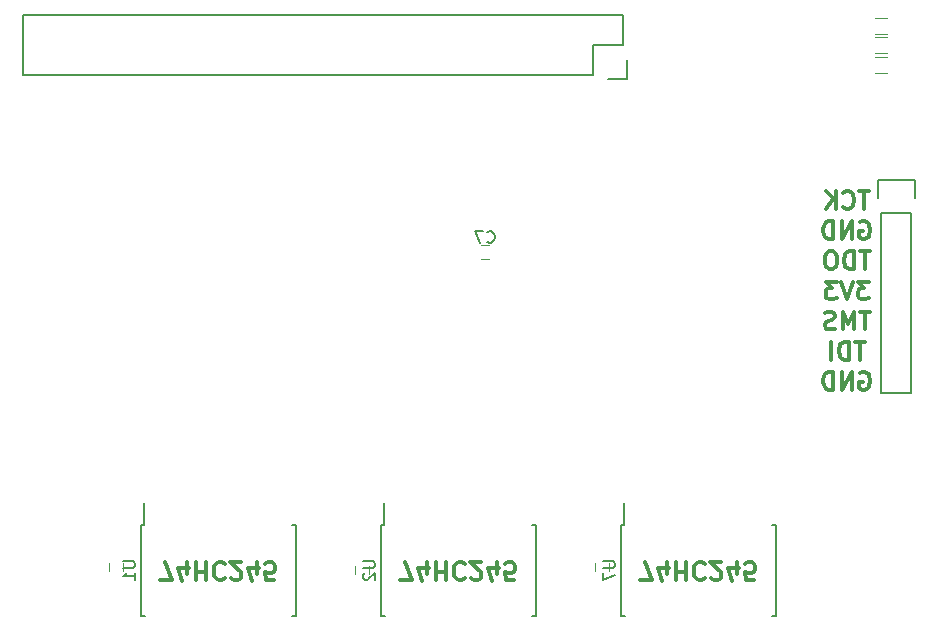
<source format=gbr>
G04 #@! TF.FileFunction,Legend,Bot*
%FSLAX46Y46*%
G04 Gerber Fmt 4.6, Leading zero omitted, Abs format (unit mm)*
G04 Created by KiCad (PCBNEW 4.0.7) date 03/28/18 13:14:18*
%MOMM*%
%LPD*%
G01*
G04 APERTURE LIST*
%ADD10C,0.100000*%
%ADD11C,0.300000*%
%ADD12C,0.150000*%
%ADD13C,0.120000*%
G04 APERTURE END LIST*
D10*
D11*
X178331571Y-86016571D02*
X177474428Y-86016571D01*
X177902999Y-87516571D02*
X177902999Y-86016571D01*
X176117285Y-87373714D02*
X176188714Y-87445143D01*
X176403000Y-87516571D01*
X176545857Y-87516571D01*
X176760142Y-87445143D01*
X176903000Y-87302286D01*
X176974428Y-87159429D01*
X177045857Y-86873714D01*
X177045857Y-86659429D01*
X176974428Y-86373714D01*
X176903000Y-86230857D01*
X176760142Y-86088000D01*
X176545857Y-86016571D01*
X176403000Y-86016571D01*
X176188714Y-86088000D01*
X176117285Y-86159429D01*
X175474428Y-87516571D02*
X175474428Y-86016571D01*
X174617285Y-87516571D02*
X175260142Y-86659429D01*
X174617285Y-86016571D02*
X175474428Y-86873714D01*
X177545857Y-88638000D02*
X177688714Y-88566571D01*
X177903000Y-88566571D01*
X178117285Y-88638000D01*
X178260143Y-88780857D01*
X178331571Y-88923714D01*
X178403000Y-89209429D01*
X178403000Y-89423714D01*
X178331571Y-89709429D01*
X178260143Y-89852286D01*
X178117285Y-89995143D01*
X177903000Y-90066571D01*
X177760143Y-90066571D01*
X177545857Y-89995143D01*
X177474428Y-89923714D01*
X177474428Y-89423714D01*
X177760143Y-89423714D01*
X176831571Y-90066571D02*
X176831571Y-88566571D01*
X175974428Y-90066571D01*
X175974428Y-88566571D01*
X175260142Y-90066571D02*
X175260142Y-88566571D01*
X174902999Y-88566571D01*
X174688714Y-88638000D01*
X174545856Y-88780857D01*
X174474428Y-88923714D01*
X174402999Y-89209429D01*
X174402999Y-89423714D01*
X174474428Y-89709429D01*
X174545856Y-89852286D01*
X174688714Y-89995143D01*
X174902999Y-90066571D01*
X175260142Y-90066571D01*
X178367286Y-91116571D02*
X177510143Y-91116571D01*
X177938714Y-92616571D02*
X177938714Y-91116571D01*
X177010143Y-92616571D02*
X177010143Y-91116571D01*
X176653000Y-91116571D01*
X176438715Y-91188000D01*
X176295857Y-91330857D01*
X176224429Y-91473714D01*
X176153000Y-91759429D01*
X176153000Y-91973714D01*
X176224429Y-92259429D01*
X176295857Y-92402286D01*
X176438715Y-92545143D01*
X176653000Y-92616571D01*
X177010143Y-92616571D01*
X175224429Y-91116571D02*
X174938715Y-91116571D01*
X174795857Y-91188000D01*
X174653000Y-91330857D01*
X174581572Y-91616571D01*
X174581572Y-92116571D01*
X174653000Y-92402286D01*
X174795857Y-92545143D01*
X174938715Y-92616571D01*
X175224429Y-92616571D01*
X175367286Y-92545143D01*
X175510143Y-92402286D01*
X175581572Y-92116571D01*
X175581572Y-91616571D01*
X175510143Y-91330857D01*
X175367286Y-91188000D01*
X175224429Y-91116571D01*
X178260142Y-93666571D02*
X177331571Y-93666571D01*
X177831571Y-94238000D01*
X177617285Y-94238000D01*
X177474428Y-94309429D01*
X177402999Y-94380857D01*
X177331571Y-94523714D01*
X177331571Y-94880857D01*
X177402999Y-95023714D01*
X177474428Y-95095143D01*
X177617285Y-95166571D01*
X178045857Y-95166571D01*
X178188714Y-95095143D01*
X178260142Y-95023714D01*
X176903000Y-93666571D02*
X176403000Y-95166571D01*
X175903000Y-93666571D01*
X175545857Y-93666571D02*
X174617286Y-93666571D01*
X175117286Y-94238000D01*
X174903000Y-94238000D01*
X174760143Y-94309429D01*
X174688714Y-94380857D01*
X174617286Y-94523714D01*
X174617286Y-94880857D01*
X174688714Y-95023714D01*
X174760143Y-95095143D01*
X174903000Y-95166571D01*
X175331572Y-95166571D01*
X175474429Y-95095143D01*
X175545857Y-95023714D01*
X178403000Y-96216571D02*
X177545857Y-96216571D01*
X177974428Y-97716571D02*
X177974428Y-96216571D01*
X177045857Y-97716571D02*
X177045857Y-96216571D01*
X176545857Y-97288000D01*
X176045857Y-96216571D01*
X176045857Y-97716571D01*
X175403000Y-97645143D02*
X175188714Y-97716571D01*
X174831571Y-97716571D01*
X174688714Y-97645143D01*
X174617285Y-97573714D01*
X174545857Y-97430857D01*
X174545857Y-97288000D01*
X174617285Y-97145143D01*
X174688714Y-97073714D01*
X174831571Y-97002286D01*
X175117285Y-96930857D01*
X175260143Y-96859429D01*
X175331571Y-96788000D01*
X175403000Y-96645143D01*
X175403000Y-96502286D01*
X175331571Y-96359429D01*
X175260143Y-96288000D01*
X175117285Y-96216571D01*
X174760143Y-96216571D01*
X174545857Y-96288000D01*
X177938714Y-98766571D02*
X177081571Y-98766571D01*
X177510142Y-100266571D02*
X177510142Y-98766571D01*
X176581571Y-100266571D02*
X176581571Y-98766571D01*
X176224428Y-98766571D01*
X176010143Y-98838000D01*
X175867285Y-98980857D01*
X175795857Y-99123714D01*
X175724428Y-99409429D01*
X175724428Y-99623714D01*
X175795857Y-99909429D01*
X175867285Y-100052286D01*
X176010143Y-100195143D01*
X176224428Y-100266571D01*
X176581571Y-100266571D01*
X175081571Y-100266571D02*
X175081571Y-98766571D01*
X177545857Y-101388000D02*
X177688714Y-101316571D01*
X177903000Y-101316571D01*
X178117285Y-101388000D01*
X178260143Y-101530857D01*
X178331571Y-101673714D01*
X178403000Y-101959429D01*
X178403000Y-102173714D01*
X178331571Y-102459429D01*
X178260143Y-102602286D01*
X178117285Y-102745143D01*
X177903000Y-102816571D01*
X177760143Y-102816571D01*
X177545857Y-102745143D01*
X177474428Y-102673714D01*
X177474428Y-102173714D01*
X177760143Y-102173714D01*
X176831571Y-102816571D02*
X176831571Y-101316571D01*
X175974428Y-102816571D01*
X175974428Y-101316571D01*
X175260142Y-102816571D02*
X175260142Y-101316571D01*
X174902999Y-101316571D01*
X174688714Y-101388000D01*
X174545856Y-101530857D01*
X174474428Y-101673714D01*
X174402999Y-101959429D01*
X174402999Y-102173714D01*
X174474428Y-102459429D01*
X174545856Y-102602286D01*
X174688714Y-102745143D01*
X174902999Y-102816571D01*
X175260142Y-102816571D01*
X118297144Y-118931429D02*
X119297144Y-118931429D01*
X118654287Y-117431429D01*
X120511429Y-118431429D02*
X120511429Y-117431429D01*
X120154286Y-119002857D02*
X119797143Y-117931429D01*
X120725715Y-117931429D01*
X121297143Y-117431429D02*
X121297143Y-118931429D01*
X121297143Y-118217143D02*
X122154286Y-118217143D01*
X122154286Y-117431429D02*
X122154286Y-118931429D01*
X123725715Y-117574286D02*
X123654286Y-117502857D01*
X123440000Y-117431429D01*
X123297143Y-117431429D01*
X123082858Y-117502857D01*
X122940000Y-117645714D01*
X122868572Y-117788571D01*
X122797143Y-118074286D01*
X122797143Y-118288571D01*
X122868572Y-118574286D01*
X122940000Y-118717143D01*
X123082858Y-118860000D01*
X123297143Y-118931429D01*
X123440000Y-118931429D01*
X123654286Y-118860000D01*
X123725715Y-118788571D01*
X124297143Y-118788571D02*
X124368572Y-118860000D01*
X124511429Y-118931429D01*
X124868572Y-118931429D01*
X125011429Y-118860000D01*
X125082858Y-118788571D01*
X125154286Y-118645714D01*
X125154286Y-118502857D01*
X125082858Y-118288571D01*
X124225715Y-117431429D01*
X125154286Y-117431429D01*
X126440000Y-118431429D02*
X126440000Y-117431429D01*
X126082857Y-119002857D02*
X125725714Y-117931429D01*
X126654286Y-117931429D01*
X127940000Y-118931429D02*
X127225714Y-118931429D01*
X127154285Y-118217143D01*
X127225714Y-118288571D01*
X127368571Y-118360000D01*
X127725714Y-118360000D01*
X127868571Y-118288571D01*
X127940000Y-118217143D01*
X128011428Y-118074286D01*
X128011428Y-117717143D01*
X127940000Y-117574286D01*
X127868571Y-117502857D01*
X127725714Y-117431429D01*
X127368571Y-117431429D01*
X127225714Y-117502857D01*
X127154285Y-117574286D01*
X138617144Y-118931429D02*
X139617144Y-118931429D01*
X138974287Y-117431429D01*
X140831429Y-118431429D02*
X140831429Y-117431429D01*
X140474286Y-119002857D02*
X140117143Y-117931429D01*
X141045715Y-117931429D01*
X141617143Y-117431429D02*
X141617143Y-118931429D01*
X141617143Y-118217143D02*
X142474286Y-118217143D01*
X142474286Y-117431429D02*
X142474286Y-118931429D01*
X144045715Y-117574286D02*
X143974286Y-117502857D01*
X143760000Y-117431429D01*
X143617143Y-117431429D01*
X143402858Y-117502857D01*
X143260000Y-117645714D01*
X143188572Y-117788571D01*
X143117143Y-118074286D01*
X143117143Y-118288571D01*
X143188572Y-118574286D01*
X143260000Y-118717143D01*
X143402858Y-118860000D01*
X143617143Y-118931429D01*
X143760000Y-118931429D01*
X143974286Y-118860000D01*
X144045715Y-118788571D01*
X144617143Y-118788571D02*
X144688572Y-118860000D01*
X144831429Y-118931429D01*
X145188572Y-118931429D01*
X145331429Y-118860000D01*
X145402858Y-118788571D01*
X145474286Y-118645714D01*
X145474286Y-118502857D01*
X145402858Y-118288571D01*
X144545715Y-117431429D01*
X145474286Y-117431429D01*
X146760000Y-118431429D02*
X146760000Y-117431429D01*
X146402857Y-119002857D02*
X146045714Y-117931429D01*
X146974286Y-117931429D01*
X148260000Y-118931429D02*
X147545714Y-118931429D01*
X147474285Y-118217143D01*
X147545714Y-118288571D01*
X147688571Y-118360000D01*
X148045714Y-118360000D01*
X148188571Y-118288571D01*
X148260000Y-118217143D01*
X148331428Y-118074286D01*
X148331428Y-117717143D01*
X148260000Y-117574286D01*
X148188571Y-117502857D01*
X148045714Y-117431429D01*
X147688571Y-117431429D01*
X147545714Y-117502857D01*
X147474285Y-117574286D01*
X158937144Y-118931429D02*
X159937144Y-118931429D01*
X159294287Y-117431429D01*
X161151429Y-118431429D02*
X161151429Y-117431429D01*
X160794286Y-119002857D02*
X160437143Y-117931429D01*
X161365715Y-117931429D01*
X161937143Y-117431429D02*
X161937143Y-118931429D01*
X161937143Y-118217143D02*
X162794286Y-118217143D01*
X162794286Y-117431429D02*
X162794286Y-118931429D01*
X164365715Y-117574286D02*
X164294286Y-117502857D01*
X164080000Y-117431429D01*
X163937143Y-117431429D01*
X163722858Y-117502857D01*
X163580000Y-117645714D01*
X163508572Y-117788571D01*
X163437143Y-118074286D01*
X163437143Y-118288571D01*
X163508572Y-118574286D01*
X163580000Y-118717143D01*
X163722858Y-118860000D01*
X163937143Y-118931429D01*
X164080000Y-118931429D01*
X164294286Y-118860000D01*
X164365715Y-118788571D01*
X164937143Y-118788571D02*
X165008572Y-118860000D01*
X165151429Y-118931429D01*
X165508572Y-118931429D01*
X165651429Y-118860000D01*
X165722858Y-118788571D01*
X165794286Y-118645714D01*
X165794286Y-118502857D01*
X165722858Y-118288571D01*
X164865715Y-117431429D01*
X165794286Y-117431429D01*
X167080000Y-118431429D02*
X167080000Y-117431429D01*
X166722857Y-119002857D02*
X166365714Y-117931429D01*
X167294286Y-117931429D01*
X168580000Y-118931429D02*
X167865714Y-118931429D01*
X167794285Y-118217143D01*
X167865714Y-118288571D01*
X168008571Y-118360000D01*
X168365714Y-118360000D01*
X168508571Y-118288571D01*
X168580000Y-118217143D01*
X168651428Y-118074286D01*
X168651428Y-117717143D01*
X168580000Y-117574286D01*
X168508571Y-117502857D01*
X168365714Y-117431429D01*
X168008571Y-117431429D01*
X167865714Y-117502857D01*
X167794285Y-117574286D01*
D12*
X106680000Y-71120000D02*
X157480000Y-71120000D01*
X154940000Y-76200000D02*
X106680000Y-76200000D01*
X106680000Y-71120000D02*
X106680000Y-76200000D01*
X157480000Y-71120000D02*
X157480000Y-73660000D01*
X157760000Y-74930000D02*
X157760000Y-76480000D01*
X157480000Y-73660000D02*
X154940000Y-73660000D01*
X154940000Y-73660000D02*
X154940000Y-76200000D01*
X157760000Y-76480000D02*
X156210000Y-76480000D01*
X116615000Y-114235000D02*
X116865000Y-114235000D01*
X116615000Y-121985000D02*
X116950000Y-121985000D01*
X129765000Y-121985000D02*
X129430000Y-121985000D01*
X129765000Y-114235000D02*
X129430000Y-114235000D01*
X116615000Y-114235000D02*
X116615000Y-121985000D01*
X129765000Y-114235000D02*
X129765000Y-121985000D01*
X116865000Y-114235000D02*
X116865000Y-112435000D01*
X136935000Y-114235000D02*
X137185000Y-114235000D01*
X136935000Y-121985000D02*
X137270000Y-121985000D01*
X150085000Y-121985000D02*
X149750000Y-121985000D01*
X150085000Y-114235000D02*
X149750000Y-114235000D01*
X136935000Y-114235000D02*
X136935000Y-121985000D01*
X150085000Y-114235000D02*
X150085000Y-121985000D01*
X137185000Y-114235000D02*
X137185000Y-112435000D01*
X157255000Y-114235000D02*
X157505000Y-114235000D01*
X157255000Y-121985000D02*
X157590000Y-121985000D01*
X170405000Y-121985000D02*
X170070000Y-121985000D01*
X170405000Y-114235000D02*
X170070000Y-114235000D01*
X157255000Y-114235000D02*
X157255000Y-121985000D01*
X170405000Y-114235000D02*
X170405000Y-121985000D01*
X157505000Y-114235000D02*
X157505000Y-112435000D01*
X179324000Y-87884000D02*
X179324000Y-103124000D01*
X179324000Y-103124000D02*
X181864000Y-103124000D01*
X181864000Y-103124000D02*
X181864000Y-87884000D01*
X179044000Y-85064000D02*
X179044000Y-86614000D01*
X179324000Y-87884000D02*
X181864000Y-87884000D01*
X182144000Y-86614000D02*
X182144000Y-85064000D01*
X182144000Y-85064000D02*
X179044000Y-85064000D01*
D13*
X179824000Y-71329000D02*
X178824000Y-71329000D01*
X178824000Y-72689000D02*
X179824000Y-72689000D01*
X179824000Y-72980000D02*
X178824000Y-72980000D01*
X178824000Y-74340000D02*
X179824000Y-74340000D01*
X179824000Y-74631000D02*
X178824000Y-74631000D01*
X178824000Y-75991000D02*
X179824000Y-75991000D01*
X156302000Y-118206000D02*
X156302000Y-117506000D01*
X155102000Y-117506000D02*
X155102000Y-118206000D01*
X134782000Y-117760000D02*
X134782000Y-118460000D01*
X135982000Y-118460000D02*
X135982000Y-117760000D01*
X115154000Y-118206000D02*
X115154000Y-117506000D01*
X113954000Y-117506000D02*
X113954000Y-118206000D01*
X146146000Y-90586000D02*
X145446000Y-90586000D01*
X145446000Y-91786000D02*
X146146000Y-91786000D01*
D12*
X115142381Y-117348095D02*
X115951905Y-117348095D01*
X116047143Y-117395714D01*
X116094762Y-117443333D01*
X116142381Y-117538571D01*
X116142381Y-117729048D01*
X116094762Y-117824286D01*
X116047143Y-117871905D01*
X115951905Y-117919524D01*
X115142381Y-117919524D01*
X116142381Y-118919524D02*
X116142381Y-118348095D01*
X116142381Y-118633809D02*
X115142381Y-118633809D01*
X115285238Y-118538571D01*
X115380476Y-118443333D01*
X115428095Y-118348095D01*
X135462381Y-117348095D02*
X136271905Y-117348095D01*
X136367143Y-117395714D01*
X136414762Y-117443333D01*
X136462381Y-117538571D01*
X136462381Y-117729048D01*
X136414762Y-117824286D01*
X136367143Y-117871905D01*
X136271905Y-117919524D01*
X135462381Y-117919524D01*
X135557619Y-118348095D02*
X135510000Y-118395714D01*
X135462381Y-118490952D01*
X135462381Y-118729048D01*
X135510000Y-118824286D01*
X135557619Y-118871905D01*
X135652857Y-118919524D01*
X135748095Y-118919524D01*
X135890952Y-118871905D01*
X136462381Y-118300476D01*
X136462381Y-118919524D01*
X155782381Y-117348095D02*
X156591905Y-117348095D01*
X156687143Y-117395714D01*
X156734762Y-117443333D01*
X156782381Y-117538571D01*
X156782381Y-117729048D01*
X156734762Y-117824286D01*
X156687143Y-117871905D01*
X156591905Y-117919524D01*
X155782381Y-117919524D01*
X155782381Y-118300476D02*
X155782381Y-118967143D01*
X156782381Y-118538571D01*
X145962666Y-90293143D02*
X146010285Y-90340762D01*
X146153142Y-90388381D01*
X146248380Y-90388381D01*
X146391238Y-90340762D01*
X146486476Y-90245524D01*
X146534095Y-90150286D01*
X146581714Y-89959810D01*
X146581714Y-89816952D01*
X146534095Y-89626476D01*
X146486476Y-89531238D01*
X146391238Y-89436000D01*
X146248380Y-89388381D01*
X146153142Y-89388381D01*
X146010285Y-89436000D01*
X145962666Y-89483619D01*
X145629333Y-89388381D02*
X144962666Y-89388381D01*
X145391238Y-90388381D01*
M02*

</source>
